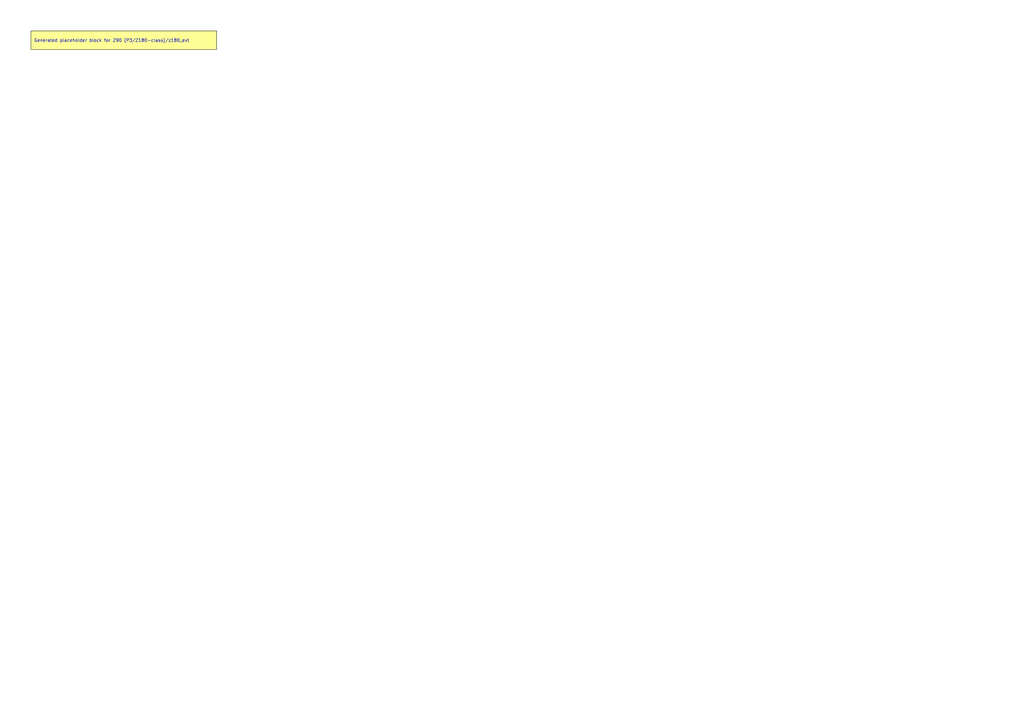
<source format=kicad_sch>
(kicad_sch
	(version 20250114)
	(generator "kicadgen")
	(generator_version "0.2")
	(uuid "77a451cf-965c-5088-af36-bf20f3f8b9f9")
	(paper "A3")
	(title_block
		(title "Z90 (P3/Z180-class)::z180_ext")
		(company "Project Carbon")
		(comment 1 "Generated - do not edit in generated/")
		(comment 2 "Edit in schem/kicad9/manual/ or refine mapping specs")
	)
	(lib_symbols)
	(text_box
		"Generated placeholder block for Z90 (P3/Z180-class)/z180_ext"
		(exclude_from_sim no)
		(at
			12.7
			12.7
			0
		)
		(size 76.2 7.62)
		(margins
			1.27
			1.27
			1.27
			1.27
		)
		(stroke
			(width 0)
			(type default)
			(color
				0
				0
				0
				1
			)
		)
		(fill
			(type color)
			(color
				255
				255
				150
				1
			)
		)
		(effects
			(font
				(size 1.27 1.27)
			)
			(justify left)
		)
		(uuid "7441dc1b-408f-5a64-80fd-86d1f756f99d")
	)
	(sheet_instances
		(path
			"/"
			(page "1")
		)
	)
	(embedded_fonts no)
)

</source>
